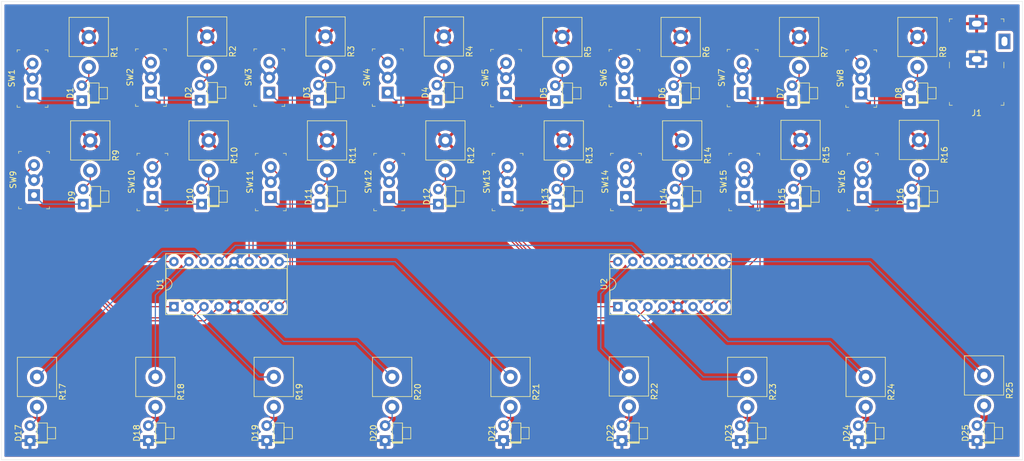
<source format=kicad_pcb>
(kicad_pcb (version 20240108) (generator "pcbnew") (generator_version "8.0")
  (layers (0 "F.Cu" signal) (31 "B.Cu" signal) (34 "B.Paste" user) (35 "F.Paste" user) (36 "B.SilkS" user "B.Silkscreen") (37 "F.SilkS" user "F.Silkscreen") (38 "B.Mask" user) (39 "F.Mask" user) (44 "Edge.Cuts" user))
  (net 0 "")
  (net 1 "Net-(D1-A)")
  (net 2 "Net-(D1-K)")
  (net 3 "Net-(D2-A)")
  (net 4 "Net-(D2-K)")
  (net 5 "Net-(D3-A)")
  (net 6 "Net-(D3-K)")
  (net 7 "Net-(D4-A)")
  (net 8 "Net-(D4-K)")
  (net 9 "Net-(D5-K)")
  (net 10 "Net-(D5-A)")
  (net 11 "Net-(D6-A)")
  (net 12 "Net-(D6-K)")
  (net 13 "Net-(D7-K)")
  (net 14 "Net-(D7-A)")
  (net 15 "Net-(D8-A)")
  (net 16 "Net-(D8-K)")
  (net 17 "Net-(D9-K)")
  (net 18 "Net-(D9-A)")
  (net 19 "Net-(D10-A)")
  (net 20 "Net-(D10-K)")
  (net 21 "Net-(D11-A)")
  (net 22 "Net-(D11-K)")
  (net 23 "Net-(D12-K)")
  (net 24 "Net-(D12-A)")
  (net 25 "Net-(D13-A)")
  (net 26 "Net-(D13-K)")
  (net 27 "Net-(D14-K)")
  (net 28 "Net-(D14-A)")
  (net 29 "Net-(D15-A)")
  (net 30 "Net-(D15-K)")
  (net 31 "Net-(D16-K)")
  (net 32 "Net-(D16-A)")
  (net 33 "GND")
  (net 34 "Net-(D17-A)")
  (net 35 "Net-(D18-A)")
  (net 36 "Net-(D19-A)")
  (net 37 "Net-(D20-A)")
  (net 38 "Net-(D21-A)")
  (net 39 "Net-(D22-A)")
  (net 40 "Net-(D23-A)")
  (net 41 "Net-(D24-A)")
  (net 42 "Net-(D25-A)")
  (net 43 "/5V input")
  (net 44 "/Z8")
  (net 45 "/Z7")
  (net 46 "/Z6")
  (net 47 "/Z5")
  (net 48 "/Z4")
  (net 49 "/Z3")
  (net 50 "/Z2")
  (net 51 "/Z1")
  (net 52 "/Z0")
  (net 53 "/Y7")
  (net 54 "/Y6")
  (net 55 "/Y5")
  (net 56 "/Y4")
  (net 57 "/Y3")
  (net 58 "/Y2")
  (net 59 "/Y1")
  (net 60 "/Y0")
  (net 61 "/X7")
  (net 62 "/X4")
  (net 63 "Net-(U1-C0)")
  (net 64 "/X6")
  (net 65 "/X5")
  (net 66 "/X0")
  (net 67 "/X3")
  (net 69 "/X2")
  (net 70 "/X1")
  (footprint "LED_THT:LED_D1.8mm_W1.8mm_H2.4mm_Horizontal_O1.27mm_Z1.6mm" (layer "F.Cu") (at 176.315 56.77 90)
    (property "Reference" "D16")
    (property "Value" "LED")
  )
  (footprint "Resistor_THT:R_Axial_Power_L20.0mm_W6.4mm_P5.08mm_Vertical" (layer "F.Cu") (at 97.25 28.42 -90)
    (property "Reference" "R4")
    (property "Value" "330")
  )
  (footprint "LED_THT:LED_D1.8mm_W1.8mm_H2.4mm_Horizontal_O1.27mm_Z1.6mm" (layer "F.Cu") (at 36.065 39.27 90)
    (property "Reference" "D1")
    (property "Value" "LED")
  )
  (footprint "LED_THT:LED_D1.8mm_W1.8mm_H2.4mm_Horizontal_O1.27mm_Z1.6mm" (layer "F.Cu") (at 176.065 39.27 90)
    (property "Reference" "D8")
    (property "Value" "LED")
  )
  (footprint "Resistor_THT:R_Axial_Power_L20.0mm_W6.4mm_P5.08mm_Vertical" (layer "F.Cu") (at 57.25 28.42 -90)
    (property "Reference" "R2")
    (property "Value" "330")
  )
  (footprint "digikey-footprints:Switch_Toggle_ATE1D-2M3-10-Z" (layer "F.Cu") (at 128 53.04 90)
    (property "Reference" "SW14")
    (property "Value" "SW_SPDT_321")
  )
  (footprint "LED_THT:LED_D1.8mm_W1.8mm_H2.4mm_Horizontal_O1.27mm_Z1.6mm" (layer "F.Cu") (at 116.315 56.77 90)
    (property "Reference" "D13")
    (property "Value" "LED")
  )
  (footprint "digikey-footprints:Switch_Toggle_ATE1D-2M3-10-Z" (layer "F.Cu") (at 148 53.04 90)
    (property "Reference" "SW15")
    (property "Value" "SW_SPDT_321")
  )
  (footprint "digikey-footprints:Switch_Toggle_ATE1D-2M3-10-Z" (layer "F.Cu") (at 127.75 35.46 90)
    (property "Reference" "SW6")
    (property "Value" "SW_SPDT_321")
  )
  (footprint "LED_THT:LED_D1.8mm_W1.8mm_H2.4mm_Horizontal_O1.27mm_Z1.6mm" (layer "F.Cu") (at 76.315 56.77 90)
    (property "Reference" "D11")
    (property "Value" "LED")
  )
  (footprint "LED_THT:LED_D1.8mm_W1.8mm_H2.4mm_Horizontal_O1.27mm_Z1.6mm" (layer "F.Cu") (at 107.315 96.77 90)
    (property "Reference" "D21")
    (property "Value" "LED")
  )
  (footprint "digikey-footprints:Switch_Toggle_ATE1D-2M3-10-Z" (layer "F.Cu") (at 88 53.04 90)
    (property "Reference" "SW12")
    (property "Value" "SW_SPDT_321")
  )
  (footprint "Resistor_THT:R_Axial_Power_L20.0mm_W6.4mm_P5.08mm_Vertical" (layer "F.Cu") (at 88.5 86 -90)
    (property "Reference" "R20")
    (property "Value" "330")
  )
  (footprint "LED_THT:LED_D1.8mm_W1.8mm_H2.4mm_Horizontal_O1.27mm_Z1.6mm" (layer "F.Cu") (at 187.315 96.77 90)
    (property "Reference" "D25")
    (property "Value" "LED")
  )
  (footprint "LED_THT:LED_D1.8mm_W1.8mm_H2.4mm_Horizontal_O1.27mm_Z1.6mm" (layer "F.Cu") (at 127.315 96.77 90)
    (property "Reference" "D22")
    (property "Value" "LED")
  )
  (footprint "LED_THT:LED_D1.8mm_W1.8mm_H2.4mm_Horizontal_O1.27mm_Z1.6mm" (layer "F.Cu") (at 56.065 39.19 90)
    (property "Reference" "D2")
    (property "Value" "LED")
  )
  (footprint "LED_THT:LED_D1.8mm_W1.8mm_H2.4mm_Horizontal_O1.27mm_Z1.6mm" (layer "F.Cu") (at 156.065 39.27 90)
    (property "Reference" "D7")
    (property "Value" "LED")
  )
  (footprint "Resistor_THT:R_Axial_Power_L20.0mm_W6.4mm_P5.08mm_Vertical" (layer "F.Cu") (at 28.5 86 -90)
    (property "Reference" "R17")
    (property "Value" "330")
  )
  (footprint "Resistor_THT:R_Axial_Power_L20.0mm_W6.4mm_P5.08mm_Vertical" (layer "F.Cu") (at 37.5 46 -90)
    (property "Reference" "R9")
    (property "Value" "330")
  )
  (footprint "digikey-footprints:Switch_Toggle_ATE1D-2M3-10-Z" (layer "F.Cu") (at 168 53.04 90)
    (property "Reference" "SW16")
    (property "Value" "SW_SPDT_321")
  )
  (footprint "LED_THT:LED_D1.8mm_W1.8mm_H2.4mm_Horizontal_O1.27mm_Z1.6mm" (layer "F.Cu") (at 96.315 56.77 90)
    (property "Reference" "D12")
    (property "Value" "LED")
  )
  (footprint "Resistor_THT:R_Axial_Power_L20.0mm_W6.4mm_P5.08mm_Vertical" (layer "F.Cu") (at 188.5 85.75 -90)
    (property "Reference" "R25")
    (property "Value" "330")
  )
  (footprint "digikey-footprints:Switch_Toggle_ATE1D-2M3-10-Z" (layer "F.Cu") (at 107.75 35.46 90)
    (property "Reference" "SW5")
    (property "Value" "SW_SPDT_321")
  )
  (footprint "LED_THT:LED_D1.8mm_W1.8mm_H2.4mm_Horizontal_O1.27mm_Z1.6mm" (layer "F.Cu") (at 116.065 39.27 90)
    (property "Reference" "D5")
    (property "Value" "LED")
  )
  (footprint "LED_THT:LED_D1.8mm_W1.8mm_H2.4mm_Horizontal_O1.27mm_Z1.6mm" (layer "F.Cu") (at 47.315 96.77 90)
    (property "Reference" "D18")
    (property "Value" "LED")
  )
  (footprint "Resistor_THT:R_Axial_Power_L20.0mm_W6.4mm_P5.08mm_Vertical" (layer "F.Cu") (at 157.25 28.5 -90)
    (property "Reference" "R7")
    (property "Value" "330")
  )
  (footprint "LED_THT:LED_D1.8mm_W1.8mm_H2.4mm_Horizontal_O1.27mm_Z1.6mm" (layer "F.Cu") (at 96.065 39.19 90)
    (property "Reference" "D4")
    (property "Value" "LED")
  )
  (footprint "Resistor_THT:R_Axial_Power_L20.0mm_W6.4mm_P5.08mm_Vertical" (layer "F.Cu") (at 117.5 46 -90)
    (property "Reference" "R13")
    (property "Value" "330")
  )
  (footprint "Resistor_THT:R_Axial_Power_L20.0mm_W6.4mm_P5.08mm_Vertical" (layer "F.Cu") (at 108.5 86 -90)
    (property "Reference" "R21")
    (property "Value" "330")
  )
  (footprint "Package_DIP:CERDIP-16_W7.62mm_SideBrazed_Socket" (layer "F.Cu") (at 51.63 74.12 90)
    (property "Reference" "U1")
    (property "Value" "7483")
  )
  (footprint "Resistor_THT:R_Axial_Power_L20.0mm_W6.4mm_P5.08mm_Vertical" (layer "F.Cu") (at 77.25 28.42 -90)
    (property "Reference" "R3")
    (property "Value" "330")
  )
  (footprint "Resistor_THT:R_Axial_Power_L20.0mm_W6.4mm_P5.08mm_Vertical" (layer "F.Cu") (at 68.5 86 -90)
    (property "Reference" "R19")
    (property "Value" "330")
  )
  (footprint "digikey-footprints:Switch_Toggle_ATE1D-2M3-10-Z" (layer "F.Cu") (at 68 53.04 90)
    (property "Reference" "SW11")
    (property "Value" "SW_SPDT_321")
  )
  (footprint "digikey-footprints:Switch_Toggle_ATE1D-2M3-10-Z" (layer "F.Cu") (at 108 53.04 90)
    (property "Reference" "SW13")
    (property "Value" "SW_SPDT_321")
  )
  (footprint "LED_THT:LED_D1.8mm_W1.8mm_H2.4mm_Horizontal_O1.27mm_Z1.6mm" (layer "F.Cu") (at 36.315 56.77 90)
    (property "Reference" "D9")
    (property "Value" "LED")
  )
  (footprint "Resistor_THT:R_Axial_Power_L20.0mm_W6.4mm_P5.08mm_Vertical" (layer "F.Cu") (at 48.5 86 -90)
    (property "Reference" "R18")
    (property "Value" "330")
  )
  (footprint "digikey-footprints:Switch_Toggle_ATE1D-2M3-10-Z" (layer "F.Cu") (at 67.75 35.38 90)
    (property "Reference" "SW3")
    (property "Value" "SW_SPDT_321")
  )
  (footprint "Resistor_THT:R_Axial_Power_L20.0mm_W6.4mm_P5.08mm_Vertical" (layer "F.Cu") (at 157.5 45.92 -90)
    (property "Reference" "R15")
    (property "Value" "330")
  )
  (footprint "Resistor_THT:R_Axial_Power_L20.0mm_W6.4mm_P5.08mm_Vertical" (layer "F.Cu") (at 177.25 28.5 -90)
    (property "Reference" "R8")
    (property "Value" "330")
  )
  (footprint "LED_THT:LED_D1.8mm_W1.8mm_H2.4mm_Horizontal_O1.27mm_Z1.6mm" (layer "F.Cu") (at 136.065 39.27 90)
    (property "Reference" "D6")
    (property "Value" "LED")
  )
  (footprint "Package_DIP:CERDIP-16_W7.62mm_SideBrazed_Socket" (layer "F.Cu") (at 126.63 74.12 90)
    (property "Reference" "U2")
    (property "Value" "7483")
  )
  (footprint "digikey-footprints:Switch_Toggle_ATE1D-2M3-10-Z" (layer "F.Cu") (at 28 52.71 90)
    (property "Reference" "SW9")
    (property "Value" "SW_SPDT_321")
  )
  (footprint "LED_THT:LED_D1.8mm_W1.8mm_H2.4mm_Horizontal_O1.27mm_Z1.6mm" (layer "F.Cu") (at 136.315 56.77 90)
    (property "Reference" "D14")
    (property "Value" "LED")
  )
  (footprint "digikey-footprints:Switch_Toggle_ATE1D-2M3-10-Z" (layer "F.Cu") (at 27.75 35.54 90)
    (property "Reference" "SW1")
    (property "Value" "SW_SPDT_321")
  )
  (footprint "digikey-footprints:Switch_Toggle_ATE1D-2M3-10-Z" (layer "F.Cu") (at 48 53.04 90)
    (property "Reference" "SW10")
    (property "Value" "SW_SPDT_321")
  )
  (footprint "digikey-footprints:Switch_Toggle_ATE1D-2M3-10-Z" (layer "F.Cu") (at 87.75 35.38 90)
    (property "Reference" "SW4")
    (property "Value" "SW_SPDT_321")
  )
  (footprint "Resistor_THT:R_Axial_Power_L20.0mm_W6.4mm_P5.08mm_Vertical" (layer "F.Cu") (at 97.5 46 -90)
    (property "Reference" "R12")
    (property "Value" "330")
  )
  (footprint "Resistor_THT:R_Axial_Power_L20.0mm_W6.4mm_P5.08mm_Vertical" (layer "F.Cu") (at 168.5 86 -90)
    (property "Reference" "R24")
    (property "Value" "330")
  )
  (footprint "LED_THT:LED_D1.8mm_W1.8mm_H2.4mm_Horizontal_O1.27mm_Z1.6mm" (layer "F.Cu") (at 56.315 56.77 90)
    (property "Reference" "D10")
    (property "Value" "LED")
  )
  (footprint "digikey-footprints:Barrel_Jack_5.5mmODx2.1mmID_PJ-102A" (layer "F.Cu") (at 187.25 29.25 180)
    (property "Reference" "J1")
    (property "Value" "Barrel_Jack")
  )
  (footprint "Resistor_THT:R_Axial_Power_L20.0mm_W6.4mm_P5.08mm_Vertical" (layer "F.Cu") (at 137.25 28.5 -90)
    (property "Reference" "R6")
    (property "Value" "330")
  )
  (footprint "digikey-footprints:Switch_Toggle_ATE1D-2M3-10-Z" (layer "F.Cu") (at 47.75 35.38 90)
    (property "Reference" "SW2")
    (property "Value" "SW_SPDT_321")
  )
  (footprint "Resistor_THT:R_Axial_Power_L20.0mm_W6.4mm_P5.08mm_Vertical" (layer "F.Cu") (at 77.5 46 -90)
    (property "Reference" "R11")
    (property "Value" "330")
  )
  (footprint "LED_THT:LED_D1.8mm_W1.8mm_H2.4mm_Horizontal_O1.27mm_Z1.6mm" (layer "F.Cu") (at 167.25 96.79 90)
    (property "Reference" "D24")
    (property "Value" "LED")
  )
  (footprint "LED_THT:LED_D1.8mm_W1.8mm_H2.4mm_Horizontal_O1.27mm_Z1.6mm" (layer "F.Cu") (at 67.315 96.77 90)
    (property "Reference" "D19")
    (property "Value" "LED")
  )
  (footprint "LED_THT:LED_D1.8mm_W1.8mm_H2.4mm_Horizontal_O1.27mm_Z1.6mm" (layer "F.Cu") (at 76.065 39.19 90)
    (property "Reference" "D3")
    (property "Value" "LED")
  )
  (footprint "Resistor_THT:R_Axial_Power_L20.0mm_W6.4mm_P5.08mm_Vertical" (layer "F.Cu") (at 57.5 46 -90)
    (property "Reference" "R10")
    (property "Value" "330")
  )
  (footprint "LED_THT:LED_D1.8mm_W1.8mm_H2.4mm_Horizontal_O1.27mm_Z1.6mm" (layer "F.Cu") (at 156.315 56.77 90)
    (property "Reference" "D15")
    (property "Value" "LED")
  )
  (footprint "Resistor_THT:R_Axial_Power_L20.0mm_W6.4mm_P5.08mm_Vertical" (layer "F.Cu") (at 37.25 28.5 -90)
    (property "Reference" "R1")
    (property "Value" "330")
  )
  (footprint "Resistor_THT:R_Axial_Power_L20.0mm_W6.4mm_P5.08mm_Vertical" (layer "F.Cu") (at 148.5 86 -90)
    (property "Reference" "R23")
    (property "Value" "330")
  )
  (footprint "Resistor_THT:R_Axial_Power_L20.0mm_W6.4mm_P5.08mm_Vertical" (layer "F.Cu") (at 177.5 45.92 -90)
    (property "Reference" "R16")
    (property "Value" "330")
  )
  (footprint "Resistor_THT:R_Axial_Power_L20.0mm_W6.4mm_P5.08mm_Vertical" (layer "F.Cu") (at 128.5 85.92 -90)
    (property "Reference" "R22")
    (property "Value" "330")
  )
  (footprint "Resistor_THT:R_Axial_Power_L20.0mm_W6.4mm_P5.08mm_Vertical" (layer "F.Cu") (at 137.5 46 -90)
    (property "Reference" "R14")
    (property "Value" "330")
  )
  (footprint "LED_THT:LED_D1.8mm_W1.8mm_H2.4mm_Horizontal_O1.27mm_Z1.6mm" (layer "F.Cu") (at 27.315 96.77 90)
    (property "Reference" "D17")
    (property "Value" "LED")
  )
  (footprint "LED_THT:LED_D1.8mm_W1.8mm_H2.4mm_Horizontal_O1.27mm_Z1.6mm" (layer "F.Cu") (at 147.315 96.77 90)
    (property "Reference" "D23")
    (property "Value" "LED")
  )
  (footprint "Resistor_THT:R_Axial_Power_L20.0mm_W6.4mm_P5.08mm_Vertical" (layer "F.Cu") (at 117.25 28.5 -90)
    (property "Reference" "R5")
    (property "Value" "330")
  )
  (footprint "digikey-footprints:Switch_Toggle_ATE1D-2M3-10-Z" (layer "F.Cu") (at 167.75 35.54 90)
    (property "Reference" "SW8")
    (property "Value" "SW_SPDT_321")
  )
  (footprint "LED_THT:LED_D1.8mm_W1.8mm_H2.4mm_Horizontal_O1.27mm_Z1.6mm" (layer "F.Cu") (at 87.315 96.77 90)
    (property "Reference" "D20")
    (property "Value" "LED")
  )
  (footprint "digikey-footprints:Switch_Toggle_ATE1D-2M3-10-Z" (layer "F.Cu") (at 147.71 35.46 90)
    (property "Reference" "SW7")
    (property "Value" "SW_SPDT_321")
  )
  (gr_line (start 22.5 100) (end 22.5 22.5) (stroke (width 0.05)) (layer "Edge.Cuts"))
  (gr_line (start 22.5 22.5) (end 195 22.5) (stroke (width 0.05)) (layer "Edge.Cuts"))
  (gr_line (start 195 22.5) (end 195 100) (stroke (width 0.05)) (layer "Edge.Cuts"))
  (gr_line (start 195 100) (end 22.5 100) (stroke (width 0.05)) (layer "Edge.Cuts"))
  (segment (start 37.25 35.545) (end 36.065 36.73) (width 0.2) (layer "F.Cu") (net 1))
  (segment (start 37.25 33.58) (end 37.25 35.545) (width 0.2) (layer "F.Cu") (net 1))
  (segment (start 36.065 39.27) (end 28.94 39.27) (width 0.2) (layer "B.Cu") (net 2))
  (segment (start 28.94 39.27) (end 27.75 38.08) (width 0.2) (layer "B.Cu") (net 2))
  (segment (start 57.25 33.5) (end 57.25 35.465) (width 0.2) (layer "F.Cu") (net 3))
  (segment (start 57.25 35.465) (end 56.065 36.65) (width 0.2) (layer "F.Cu") (net 3))
  (segment (start 56.065 39.19) (end 49.02 39.19) (width 0.2) (layer "B.Cu") (net 4))
  (segment (start 49.02 39.19) (end 47.75 37.92) (width 0.2) (layer "B.Cu") (net 4))
  (segment (start 77.25 33.5) (end 77.25 35.465) (width 0.2) (layer "F.Cu") (net 5))
  (segment (start 77.25 35.465) (end 76.065 36.65) (width 0.2) (layer "F.Cu") (net 5))
  (segment (start 69.02 39.19) (end 67.75 37.92) (width 0.2) (layer "B.Cu") (net 6))
  (segment (start 76.065 39.19) (end 69.02 39.19) (width 0.2) (layer "B.Cu") (net 6))
  (segment (start 97.25 35.465) (end 96.065 36.65) (width 0.2) (layer "F.Cu") (net 7))
  (segment (start 97.25 33.5) (end 97.25 35.465) (width 0.2) (layer "F.Cu") (net 7))
  (segment (start 89.02 39.19) (end 87.75 37.92) (width 0.2) (layer "B.Cu") (net 8))
  (segment (start 96.065 39.19) (end 89.02 39.19) (width 0.2) (layer "B.Cu") (net 8))
  (segment (start 116.065 39.27) (end 109.02 39.27) (width 0.2) (layer "B.Cu") (net 9))
  (segment (start 109.02 39.27) (end 107.75 38) (width 0.2) (layer "B.Cu") (net 9))
  (segment (start 117.25 33.58) (end 117.25 35.545) (width 0.2) (layer "F.Cu") (net 10))
  (segment (start 117.25 35.545) (end 116.065 36.73) (width 0.2) (layer "F.Cu") (net 10))
  (segment (start 137.25 35.545) (end 136.065 36.73) (width 0.2) (layer "F.Cu") (net 11))
  (segment (start 137.25 33.58) (end 137.25 35.545) (width 0.2) (layer "F.Cu") (net 11))
  (segment (start 136.065 39.27) (end 129.02 39.27) (width 0.2) (layer "B.Cu") (net 12))
  (segment (start 129.02 39.27) (end 127.75 38) (width 0.2) (layer "B.Cu") (net 12))
  (segment (start 148.98 39.27) (end 147.71 38) (width 0.2) (layer "B.Cu") (net 13))
  (segment (start 156.065 39.27) (end 148.98 39.27) (width 0.2) (layer "B.Cu") (net 13))
  (segment (start 157.25 35.545) (end 156.065 36.73) (width 0.2) (layer "F.Cu") (net 14))
  (segment (start 157.25 33.58) (end 157.25 35.545) (width 0.2) (layer "F.Cu") (net 14))
  (segment (start 177.25 33.58) (end 177.25 35.545) (width 0.2) (layer "F.Cu") (net 15))
  (segment (start 177.25 35.545) (end 176.065 36.73) (width 0.2) (layer "F.Cu") (net 15))
  (segment (start 176.065 39.27) (end 168.94 39.27) (width 0.2) (layer "B.Cu") (net 16))
  (segment (start 168.94 39.27) (end 167.75 38.08) (width 0.2) (layer "B.Cu") (net 16))
  (segment (start 29.52 56.77) (end 28 55.25) (width 0.2) (layer "B.Cu") (net 17))
  (segment (start 36.315 56.77) (end 29.52 56.77) (width 0.2) (layer "B.Cu") (net 17))
  (segment (start 37.5 51.08) (end 37.5 53.045) (width 0.2) (layer "F.Cu") (net 18))
  (segment (start 37.5 53.045) (end 36.315 54.23) (width 0.2) (layer "F.Cu") (net 18))
  (segment (start 57.5 51.08) (end 57.5 53.045) (width 0.2) (layer "F.Cu") (net 19))
  (segment (start 57.5 53.045) (end 56.315 54.23) (width 0.2) (layer "F.Cu") (net 19))
  (segment (start 56.315 56.77) (end 49.19 56.77) (width 0.2) (layer "B.Cu") (net 20))
  (segment (start 49.19 56.77) (end 48 55.58) (width 0.2) (layer "B.Cu") (net 20))
  (segment (start 77.5 51.08) (end 77.5 53.045) (width 0.2) (layer "F.Cu") (net 21))
  (segment (start 77.5 53.045) (end 76.315 54.23) (width 0.2) (layer "F.Cu") (net 21))
  (segment (start 69.19 56.77) (end 68 55.58) (width 0.2) (layer "B.Cu") (net 22))
  (segment (start 76.315 56.77) (end 69.19 56.77) (width 0.2) (layer "B.Cu") (net 22))
  (segment (start 96.315 56.77) (end 89.19 56.77) (width 0.2) (layer "B.Cu") (net 23))
  (segment (start 89.19 56.77) (end 88 55.58) (width 0.2) (layer "B.Cu") (net 23))
  (segment (start 97.5 53.045) (end 96.315 54.23) (width 0.2) (layer "F.Cu") (net 24))
  (segment (start 97.5 51.08) (end 97.5 53.045) (width 0.2) (layer "F.Cu") (net 24))
  (segment (start 117.5 53.045) (end 116.315 54.23) (width 0.2) (layer "F.Cu") (net 25))
  (segment (start 117.5 51.08) (end 117.5 53.045) (width 0.2) (layer "F.Cu") (net 25))
  (segment (start 116.315 56.77) (end 109.19 56.77) (width 0.2) (layer "B.Cu") (net 26))
  (segment (start 109.19 56.77) (end 108 55.58) (width 0.2) (layer "B.Cu") (net 26))
  (segment (start 136.315 56.77) (end 129.19 56.77) (width 0.2) (layer "B.Cu") (net 27))
  (segment (start 129.19 56.77) (end 128 55.58) (width 0.2) (layer "B.Cu") (net 27))
  (segment (start 137.5 53.045) (end 136.315 54.23) (width 0.2) (layer "F.Cu") (net 28))
  (segment (start 137.5 51.08) (end 137.5 53.045) (width 0.2) (layer "F.Cu") (net 28))
  (segment (start 157.5 53.045) (end 156.315 54.23) (width 0.2) (layer "F.Cu") (net 29))
  (segment (start 157.5 51) (end 157.5 53.045) (width 0.2) (layer "F.Cu") (net 29))
  (segment (start 149.19 56.77) (end 148 55.58) (width 0.2) (layer "B.Cu") (net 30))
  (segment (start 156.315 56.77) (end 149.19 56.77) (width 0.2) (layer "B.Cu") (net 30))
  (segment (start 169.19 56.77) (end 168 55.58) (width 0.2) (layer "B.Cu") (net 31))
  (segment (start 176.315 56.77) (end 169.19 56.77) (width 0.2) (layer "B.Cu") (net 31))
  (segment (start 177.5 53.045) (end 176.315 54.23) (width 0.2) (layer "F.Cu") (net 32))
  (segment (start 177.5 51) (end 177.5 53.045) (width 0.2) (layer "F.Cu") (net 32))
  (segment (start 28.5 91.08) (end 28.5 93.045) (width 0.2) (layer "B.Cu") (net 34))
  (segment (start 28.5 93.045) (end 27.315 94.23) (width 0.2) (layer "B.Cu") (net 34))
  (segment (start 48.5 93.045) (end 47.315 94.23) (width 0.2) (layer "B.Cu") (net 35))
  (segment (start 48.5 91.08) (end 48.5 93.045) (width 0.2) (layer "B.Cu") (net 35))
  (segment (start 68.5 93.045) (end 67.315 94.23) (width 0.2) (layer "B.Cu") (net 36))
  (segment (start 68.5 91.08) (end 68.5 93.045) (width 0.2) (layer "B.Cu") (net 36))
  (segment (start 88.5 91.08) (end 88.5 93.045) (width 0.2) (layer "B.Cu") (net 37))
  (segment (start 88.5 93.045) (end 87.315 94.23) (width 0.2) (layer "B.Cu") (net 37))
  (segment (start 108.5 91.08) (end 108.5 93.045) (width 0.2) (layer "B.Cu") (net 38))
  (segment (start 108.5 93.045) (end 107.315 94.23) (width 0.2) (layer "B.Cu") (net 38))
  (segment (start 128.5 93.045) (end 127.315 94.23) (width 0.2) (layer "B.Cu") (net 39))
  (segment (start 128.5 91) (end 128.5 93.045) (width 0.2) (layer "B.Cu") (net 39))
  (segment (start 148.5 93.045) (end 147.315 94.23) (width 0.2) (layer "B.Cu") (net 40))
  (segment (start 148.5 91.08) (end 148.5 93.045) (width 0.2) (layer "B.Cu") (net 40))
  (segment (start 168.5 91.08) (end 168.5 93) (width 0.2) (layer "B.Cu") (net 41))
  (segment (start 168.5 93) (end 167.25 94.25) (width 0.2) (layer "B.Cu") (net 41))
  (segment (start 188.5 90.83) (end 188.5 93.045) (width 0.2) (layer "B.Cu") (net 42))
  (segment (start 188.5 93.045) (end 187.315 94.23) (width 0.2) (layer "B.Cu") (net 42))
  (segment (start 49.75 64.75) (end 28.5 86) (width 0.2) (layer "B.Cu") (net 44))
  (segment (start 56.71 66.5) (end 54.96 64.75) (width 0.2) (layer "B.Cu") (net 44))
  (segment (start 54.96 64.75) (end 49.75 64.75) (width 0.2) (layer "B.Cu") (net 44))
  (segment (start 54.17 66.5) (end 48.5 72.17) (width 0.2) (layer "B.Cu") (net 45))
  (segment (start 48.5 72.17) (end 48.5 86) (width 0.2) (layer "B.Cu") (net 45))
  (segment (start 54.17 74.12) (end 66.05 86) (width 0.2) (layer "B.Cu") (net 46))
  (segment (start 66.05 86) (end 68.5 86) (width 0.2) (layer "B.Cu") (net 46))
  (segment (start 82.5 80) (end 88.5 86) (width 0.2) (layer "B.Cu") (net 47))
  (segment (start 70.21 80) (end 82.5 80) (width 0.2) (layer "B.Cu") (net 47))
  (segment (start 64.33 74.12) (end 70.21 80) (width 0.2) (layer "B.Cu") (net 47))
  (segment (start 89 66.5) (end 108.5 86) (width 0.2) (layer "B.Cu") (net 48))
  (segment (start 69.41 66.5) (end 89 66.5) (width 0.2) (layer "B.Cu") (net 48))
  (segment (start 129.17 66.5) (end 123.75 71.92) (width 0.2) (layer "B.Cu") (net 49))
  (segment (start 123.75 81.17) (end 128.5 85.92) (width 0.2) (layer "B.Cu") (net 49))
  (segment (start 123.75 71.92) (end 123.75 81.17) (width 0.2) (layer "B.Cu") (net 49))
  (segment (start 141.05 86) (end 148.5 86) (width 0.2) (layer "B.Cu") (net 50))
  (segment (start 129.17 74.12) (end 141.05 86) (width 0.2) (layer "B.Cu") (net 50))
  (segment (start 139.33 74.12) (end 145.21 80) (width 0.2) (layer "B.Cu") (net 51))
  (segment (start 145.21 80) (end 162.5 80) (width 0.2) (layer "B.Cu") (net 51))
  (segment (start 162.5 80) (end 168.5 86) (width 0.2) (layer "B.Cu") (net 51))
  (segment (start 169.25 66.5) (end 188.5 85.75) (width 0.2) (layer "B.Cu") (net 52))
  (segment (start 144.41 66.5) (end 169.25 66.5) (width 0.2) (layer "B.Cu") (net 52))
  (segment (start 34.25 66.5) (end 51.63 66.5) (width 0.2) (layer "F.Cu") (net 53))
  (segment (start 25.75 52.42) (end 25.75 58) (width 0.2) (layer "F.Cu") (net 53))
  (segment (start 28 50.17) (end 25.75 52.42) (width 0.2) (layer "F.Cu") (net 53))
  (segment (start 25.75 58) (end 34.25 66.5) (width 0.2) (layer "F.Cu") (net 53))
  (segment (start 50 48.5) (end 50 32.5) (width 0.2) (layer "F.Cu") (net 54))
  (segment (start 43.35 25.85) (end 29.084314 25.85) (width 0.2) (layer "F.Cu") (net 54))
  (segment (start 29.084314 25.85) (end 24.55 30.384314) (width 0.2) (layer "F.Cu") (net 54))
  (segment (start 56.87 76.5) (end 59.25 74.12) (width 0.2) (layer "F.Cu") (net 54))
  (segment (start 50 32.5) (end 43.35 25.85) (width 0.2) (layer "F.Cu") (net 54))
  (segment (start 24.55 30.384314) (end 24.55 58.8) (width 0.2) (layer "F.Cu") (net 54))
  (segment (start 24.55 58.8) (end 42.25 76.5) (width 0.2) (layer "F.Cu") (net 54))
  (segment (start 42.25 76.5) (end 56.87 76.5) (width 0.2) (layer "F.Cu") (net 54))
  (segment (start 48 50.5) (end 50 48.5) (width 0.2) (layer "F.Cu") (net 54))
  (segment (start 68 50.5) (end 71.25 53.75) (width 0.2) (layer "F.Cu") (net 55))
  (segment (start 71.25 53.75) (end 71.25 69.74) (width 0.2) (layer "F.Cu") (net 55))
  (segment (start 71.25 69.74) (end 66.87 74.12) (width 0.2) (layer "F.Cu") (net 55))
  (segment (start 64.33 30.104314) (end 68.584314 25.85) (width 0.2) (layer "F.Cu") (net 56))
  (segment (start 83.6 25.85) (end 90 32.25) (width 0.2) (layer "F.Cu") (net 56))
  (segment (start 63.87 66.04) (end 64.33 66.5) (width 0.2) (layer "F.Cu") (net 56))
  (segment (start 90 32.25) (end 90 48.5) (width 0.2) (layer "F.Cu") (net 56))
  (segment (start 64.33 66.5) (end 64.33 30.104314) (width 0.2) (layer "F.Cu") (net 56))
  (segment (start 90 48.5) (end 88 50.5) (width 0.2) (layer "F.Cu") (net 56))
  (segment (start 68.584314 25.85) (end 83.6 25.85) (width 0.2) (layer "F.Cu") (net 56))
  (segment (start 114 66.5) (end 126.63 66.5) (width 0.2) (layer "F.Cu") (net 57))
  (segment (start 108 50.5) (end 105.75 52.75) (width 0.2) (layer "F.Cu") (net 57))
  (segment (start 105.75 52.75) (end 105.75 58.25) (width 0.2) (layer "F.Cu") (net 57))
  (segment (start 105.75 58.25) (end 114 66.5) (width 0.2) (layer "F.Cu") (net 57))
  (segment (start 104.55 30.384314) (end 104.55 58.931372) (width 0.2) (layer "F.Cu") (net 58))
  (segment (start 123.6 25.85) (end 109.084314 25.85) (width 0.2) (layer "F.Cu") (net 58))
  (segment (start 131.87 76.5) (end 134.25 74.12) (width 0.2) (layer "F.Cu") (net 58))
  (segment (start 109.084314 25.85) (end 104.55 30.384314) (width 0.2) (layer "F.Cu") (net 58))
  (segment (start 122.118628 76.5) (end 131.87 76.5) (width 0.2) (layer "F.Cu") (net 58))
  (segment (start 128 50.5) (end 130 48.5) (width 0.2) (layer "F.Cu") (net 58))
  (segment (start 104.55 58.931372) (end 122.118628 76.5) (width 0.2) (layer "F.Cu") (net 58))
  (segment (start 130 48.5) (end 130 32.25) (width 0.2) (layer "F.Cu") (net 58))
  (segment (start 130 32.25) (end 123.6 25.85) (width 0.2) (layer "F.Cu") (net 58))
  (segment (start 150.25 52.75) (end 150.25 65.74) (width 0.2) (layer "F.Cu") (net 59))
  (segment (start 148 50.5) (end 150.25 52.75) (width 0.2) (layer "F.Cu") (net 59))
  (segment (start 150.25 65.74) (end 141.87 74.12) (width 0.2) (layer "F.Cu") (net 59))
  (segment (start 170 48.5) (end 170 32.5) (width 0.2) (layer "F.Cu") (net 60))
  (segment (start 168 50.5) (end 170 48.5) (width 0.2) (layer "F.Cu") (net 60))
  (segment (start 163.35 25.85) (end 146.4 25.85) (width 0.2) (layer "F.Cu") (net 60))
  (segment (start 139.33 32.92) (end 139.33 66.5) (width 0.2) (layer "F.Cu") (net 60))
  (segment (start 170 32.5) (end 163.35 25.85) (width 0.2) (layer "F.Cu") (net 60))
  (segment (start 146.4 25.85) (end 139.33 32.92) (width 0.2) (layer "F.Cu") (net 60))
  (segment (start 25.35 35.4) (end 25.35 58.165686) (width 0.2) (layer "F.Cu") (net 61))
  (segment (start 41.304314 74.12) (end 51.63 74.12) (width 0.2) (layer "F.Cu") (net 61))
  (segment (start 25.35 58.165686) (end 41.304314 74.12) (width 0.2) (layer "F.Cu") (net 61))
  (segment (start 27.75 33) (end 25.35 35.4) (width 0.2) (layer "F.Cu") (net 61))
  (segment (start 51.63 74.74) (end 51.63 74.12) (width 0.2) (layer "F.Cu") (net 61))
  (segment (start 87.75 32.84) (end 81.16 26.25) (width 0.2) (layer "F.Cu") (net 62))
  (segment (start 65 64.63) (end 66.87 66.5) (width 0.2) (layer "F.Cu") (net 62))
  (segment (start 65 30) (end 65 64.63) (width 0.2) (layer "F.Cu") (net 62))
  (segment (start 81.16 26.25) (end 68.75 26.25) (width 0.2) (layer "F.Cu") (net 62))
  (segment (start 68.75 26.25) (end 65 30) (width 0.2) (layer "F.Cu") (net 62))
  (segment (start 128.96 63.75) (end 62 63.75) (width 0.2) (layer "B.Cu") (net 63))
  (segment (start 131.71 66.5) (end 128.96 63.75) (width 0.2) (layer "B.Cu") (net 63))
  (segment (start 62 63.75) (end 59.25 66.5) (width 0.2) (layer "B.Cu") (net 63))
  (segment (start 42.5 76) (end 54.83 76) (width 0.2) (layer "F.Cu") (net 64))
  (segment (start 54.83 76) (end 56.71 74.12) (width 0.2) (layer "F.Cu") (net 64))
  (segment (start 29.25 26.25) (end 24.95 30.55) (width 0.2) (layer "F.Cu") (net 64))
  (segment (start 24.95 30.55) (end 24.95 58.45) (width 0.2) (layer "F.Cu") (net 64))
  (segment (start 24.95 58.45) (end 42.5 76) (width 0.2) (layer "F.Cu") (net 64))
  (segment (start 47.75 32.84) (end 41.16 26.25) (width 0.2) (layer "F.Cu") (net 64))
  (segment (start 41.16 26.25) (end 29.25 26.25) (width 0.2) (layer "F.Cu") (net 64))
  (segment (start 71.65 36.74) (end 71.65 71.88) (width 0.2) (layer "F.Cu") (net 65))
  (segment (start 71.65 71.88) (end 69.41 74.12) (width 0.2) (layer "F.Cu") (net 65))
  (segment (start 67.75 32.84) (end 71.65 36.74) (width 0.2) (layer "F.Cu") (net 65))
  (segment (start 161 26.25) (end 147.5 26.25) (width 0.2) (layer "F.Cu") (net 66))
  (segment (start 141.87 31.88) (end 141.87 66.5) (width 0.2) (layer "F.Cu") (net 66))
  (segment (start 147.5 26.25) (end 141.87 31.88) (width 0.2) (layer "F.Cu") (net 66))
  (segment (start 167.75 33) (end 161 26.25) (width 0.2) (layer "F.Cu") (net 66))
  (segment (start 105.35 35.32) (end 105.35 58.6) (width 0.2) (layer "F.Cu") (net 67))
  (segment (start 107.75 32.92) (end 105.35 35.32) (width 0.2) (layer "F.Cu") (net 67))
  (segment (start 120.87 74.12) (end 126.63 74.12) (width 0.2) (layer "F.Cu") (net 67))
  (segment (start 105.35 58.6) (end 120.87 74.12) (width 0.2) (layer "F.Cu") (net 67))
  (segment (start 121.08 26.25) (end 109.25 26.25) (width 0.2) (layer "F.Cu") (net 69))
  (segment (start 104.95 58.765686) (end 122.184314 76) (width 0.2) (layer "F.Cu") (net 69))
  (segment (start 122.184314 76) (end 129.83 76) (width 0.2) (layer "F.Cu") (net 69))
  (segment (start 129.83 76) (end 131.71 74.12) (width 0.2) (layer "F.Cu") (net 69))
  (segment (start 109.25 26.25) (end 104.95 30.55) (width 0.2) (layer "F.Cu") (net 69))
  (segment (start 104.95 30.55) (end 104.95 58.765686) (width 0.2) (layer "F.Cu") (net 69))
  (segment (start 127.75 32.92) (end 121.08 26.25) (width 0.2) (layer "F.Cu") (net 69))
  (segment (start 150.65 67.88) (end 144.41 74.12) (width 0.2) (layer "F.Cu") (net 70))
  (segment (start 150.65 35.86) (end 150.65 67.88) (width 0.2) (layer "F.Cu") (net 70))
  (segment (start 147.71 32.92) (end 150.65 35.86) (width 0.2) (layer "F.Cu") (net 70))
  (zone (net 43) (net_name "/5V input") (layer "F.Cu") (connect_pads (clearance 0.5)) (min_thickness 0.25) (fill yes (thermal_gap 0.5) (thermal_bridge_width 0.5))
    (polygon (pts (xy 195.25 22.25) (xy 195.25 100.25) (xy 22.25 100.25) (xy 22.25 22.25)))
  )
  (zone (net 33) (net_name "GND") (layer "B.Cu") (priority 1) (connect_pads (clearance 0.5)) (min_thickness 0.25) (fill yes (thermal_gap 0.5) (thermal_bridge_width 0.5))
    (polygon (pts (xy 22.25 22.25) (xy 22.25 100.25) (xy 195.25 100.25) (xy 195.25 22.25)))
  )
)
</source>
